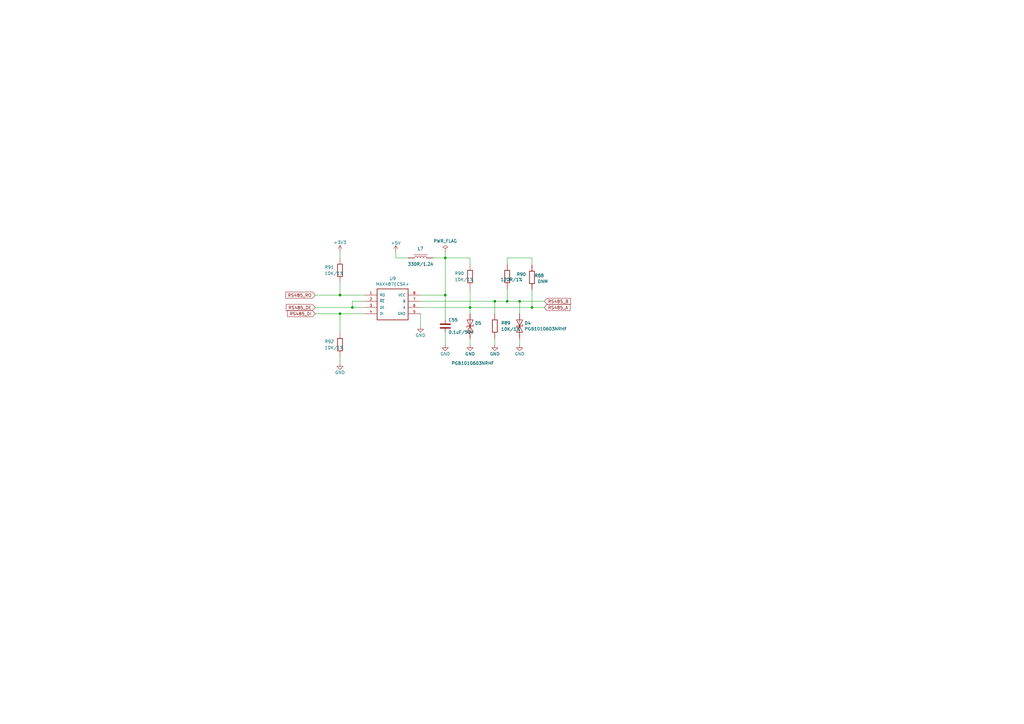
<source format=kicad_sch>
(kicad_sch (version 20230121) (generator eeschema)
  (paper "A3")
  (title_block (title "ПИР СЦХ-254 \"Карно\"\n(Karnix ASB-254)") (date "2024-01-15") (rev "V1.1") (company "ООО \"Фабмикро\"") (comment 1 "ФМТД.466961.029 Э3") (comment 2 "Залата Р.Н."))
  (lib_symbols
    (symbol "Fabmicro:+3V3" (power) (pin_names (offset 0))
      (property "Value" "+3V3" (at 0 3.556 0))
      (symbol "+3V3_0_1"
        (polyline (pts (xy -0.762 1.27) (xy 0 2.54)))
        (polyline (pts (xy 0 0) (xy 0 2.54)))
        (polyline (pts (xy 0 2.54) (xy 0.762 1.27)))
      )
      (symbol "+3V3_1_1"
        (pin power_in line (at 0 0 90) (length 0) hide (name "+3V3") (number "1"))
      )
    )
    (symbol "Fabmicro:CapacitorUnpolarized" (pin_numbers hide) (pin_names (offset 0.254))
      (property "Reference" "C" (at -2.54 0.635 90))
      (property "Value" "CapacitorUnpolarized" (at 2.54 0.635 90))
      (symbol "CapacitorUnpolarized_0_1"
        (polyline (pts (xy -0.762 -2.032) (xy -0.762 2.032)) (stroke (width 0.508)))
        (polyline (pts (xy 0.762 -2.032) (xy 0.762 2.032)) (stroke (width 0.508)))
      )
      (symbol "CapacitorUnpolarized_1_1"
        (pin passive line (at -2.54 0 0) (length 1.524) (name "~") (number "1"))
        (pin passive line (at 2.54 0 180) (length 1.524) (name "~") (number "2"))
      )
    )
    (symbol "Fabmicro:Ferrite_Beads" (pin_numbers hide) (pin_names (offset 1.016) hide)
      (property "Reference" "L" (at 0 -1.27 0))
      (property "Value" "Ferrite_Beads" (at 0 2.794 0))
      (symbol "Ferrite_Beads_0_1"
        (arc (start -1.27 0) (mid -1.905 0.6323) (end -2.54 0))
        (arc (start 0 0) (mid -0.635 0.6323) (end -1.27 0))
        (polyline (pts (xy 2.794 1.27) (xy -2.794 1.27)))
        (arc (start 1.27 0) (mid 0.635 0.6323) (end 0 0))
        (arc (start 2.54 0) (mid 1.905 0.6323) (end 1.27 0))
      )
      (symbol "Ferrite_Beads_1_1"
        (pin passive line (at -5.08 0 0) (length 2.54) (name "1") (number "1"))
        (pin passive line (at 5.08 0 180) (length 2.54) (name "2") (number "2"))
      )
    )
    (symbol "Fabmicro:MAX487" (pin_names (offset 1.016))
      (property "Reference" "IC" (at 0 2.54 0))
      (property "Value" "MAX487" (at 5.08 2.54 0))
      (symbol "MAX487_1_0"
        (polyline (pts (xy 0 -12.7) (xy 0 0)) (stroke (width 0.254)))
        (polyline (pts (xy 0 0) (xy 12.7 0)) (stroke (width 0.254)))
        (polyline (pts (xy 12.7 -12.7) (xy 0 -12.7)) (stroke (width 0.254)))
        (polyline (pts (xy 12.7 0) (xy 12.7 -12.7)) (stroke (width 0.254)))
      )
      (symbol "MAX487_1_1"
        (pin output line (at -5.08 -2.54 0) (length 5.08) (name "RO") (number "1"))
        (pin input line (at -5.08 -5.08 0) (length 5.08) (name "~{RE}") (number "2"))
        (pin input line (at -5.08 -7.62 0) (length 5.08) (name "DE") (number "3"))
        (pin input line (at -5.08 -10.16 0) (length 5.08) (name "DI") (number "4"))
        (pin power_in line (at 17.78 -10.16 180) (length 5.08) (name "GND") (number "5"))
        (pin output line (at 17.78 -7.62 180) (length 5.08) (name "A") (number "6"))
        (pin output line (at 17.78 -5.08 180) (length 5.08) (name "B") (number "7"))
        (pin power_in line (at 17.78 -2.54 180) (length 5.08) (name "VCC") (number "8"))
      )
    )
    (symbol "Fabmicro:ProtectiveDiodeDA" (pin_numbers hide) (pin_names (offset 1.016) hide)
      (property "Reference" "D" (at 5.08 2.54 0))
      (property "Value" "ProtectiveDiodeDA" (at 6.35 -2.54 0))
      (symbol "ProtectiveDiodeDA_1_1"
        (polyline (pts (xy 2.54 0) (xy 5.08 0)))
        (polyline (pts (xy 7.62 0) (xy 5.08 0)))
        (polyline (pts (xy 2.54 -1.27) (xy 2.54 1.27) (xy 5.08 0) (xy 2.54 -1.27)) (stroke (width 0.2032)))
        (polyline (pts (xy 4.445 1.27) (xy 5.08 1.27) (xy 5.08 -1.27) (xy 5.715 -1.27)) (stroke (width 0.2032)))
        (polyline (pts (xy 7.62 1.27) (xy 7.62 -1.27) (xy 5.08 0) (xy 7.62 1.27)) (stroke (width 0.2032)))
        (pin passive line (at 0 0 0) (length 2.54) (name "K") (number "1"))
        (pin passive line (at 10.16 0 180) (length 2.54) (name "A") (number "2"))
      )
    )
    (symbol "Fabmicro:Resistor" (pin_numbers hide) (pin_names (offset 0))
      (property "Reference" "R" (at 0 2.032 0))
      (property "Value" "Resistor" (at 0 0 0))
      (symbol "Resistor_0_1"
        (rectangle (start 2.54 -1.016) (end -2.54 1.016) (stroke (width 0.254)))
      )
      (symbol "Resistor_1_1"
        (pin passive line (at -5.08 0 0) (length 2.54) (name "~") (number "1"))
        (pin passive line (at 5.08 0 180) (length 2.54) (name "~") (number "2"))
      )
    )
    (symbol "power:+5V" (power) (pin_names (offset 0))
      (property "Value" "+5V" (at 0 3.556 0))
      (symbol "+5V_0_1"
        (polyline (pts (xy -0.762 1.27) (xy 0 2.54)))
        (polyline (pts (xy 0 0) (xy 0 2.54)))
        (polyline (pts (xy 0 2.54) (xy 0.762 1.27)))
      )
      (symbol "+5V_1_1"
        (pin power_in line (at 0 0 90) (length 0) hide (name "+5V") (number "1"))
      )
    )
    (symbol "power:GND" (power) (pin_names (offset 0))
      (property "Value" "GND" (at 0 -3.81 0))
      (symbol "GND_0_1"
        (polyline (pts (xy 0 0) (xy 0 -1.27) (xy 1.27 -1.27) (xy 0 -2.54) (xy -1.27 -1.27) (xy 0 -1.27)))
      )
      (symbol "GND_1_1"
        (pin power_in line (at 0 0 270) (length 0) hide (name "GND") (number "1"))
      )
    )
    (symbol "power:PWR_FLAG" (power) (pin_numbers hide) (pin_names (offset 0) hide)
      (property "Value" "PWR_FLAG" (at 0 3.81 0))
      (symbol "PWR_FLAG_0_0"
        (pin power_out line (at 0 0 90) (length 0) (name "pwr") (number "1"))
      )
      (symbol "PWR_FLAG_0_1"
        (polyline (pts (xy 0 0) (xy 0 1.27) (xy -1.016 1.905) (xy 0 2.54) (xy 1.016 1.905) (xy 0 1.27)))
      )
    )
  )
  (junction (at 139.446 121.031))
  (junction (at 144.526 126.111))
  (junction (at 139.446 128.651))
  (junction (at 182.626 105.791))
  (junction (at 218.186 126.111))
  (junction (at 213.106 123.571))
  (junction (at 192.786 126.111))
  (junction (at 202.946 123.571))
  (junction (at 208.026 123.571))
  (junction (at 182.626 121.031))
  (wire (pts (xy 172.466 126.111) (xy 192.786 126.111)))
  (wire (pts (xy 139.446 128.651) (xy 149.606 128.651)))
  (wire (pts (xy 218.186 126.111) (xy 223.266 126.111)))
  (wire (pts (xy 202.946 141.351) (xy 202.946 138.811)))
  (wire (pts (xy 182.626 105.791) (xy 182.626 121.031)))
  (wire (pts (xy 208.026 123.571) (xy 213.106 123.571)))
  (wire (pts (xy 208.026 108.331) (xy 208.026 105.791)))
  (wire (pts (xy 129.286 128.651) (xy 139.446 128.651)))
  (wire (pts (xy 213.106 128.651) (xy 213.106 123.571)))
  (wire (pts (xy 149.606 123.571) (xy 144.526 123.571)))
  (wire (pts (xy 139.446 105.791) (xy 139.446 103.251)))
  (wire (pts (xy 213.106 141.351) (xy 213.106 138.811)))
  (wire (pts (xy 129.286 126.111) (xy 144.526 126.111)))
  (wire (pts (xy 144.526 123.571) (xy 144.526 126.111)))
  (wire (pts (xy 202.946 123.571) (xy 208.026 123.571)))
  (wire (pts (xy 182.626 136.271) (xy 182.626 141.351)))
  (wire (pts (xy 213.106 123.571) (xy 223.266 123.571)))
  (wire (pts (xy 218.186 118.8487) (xy 218.186 126.111)))
  (wire (pts (xy 192.786 105.791) (xy 192.786 108.331)))
  (wire (pts (xy 129.286 121.031) (xy 139.446 121.031)))
  (wire (pts (xy 182.626 131.191) (xy 182.626 121.031)))
  (wire (pts (xy 182.626 105.791) (xy 182.626 103.251)))
  (wire (pts (xy 172.466 121.031) (xy 182.626 121.031)))
  (wire (pts (xy 202.946 128.651) (xy 202.946 123.571)))
  (wire (pts (xy 139.446 148.971) (xy 139.446 146.431)))
  (wire (pts (xy 162.306 105.791) (xy 162.306 103.251)))
  (wire (pts (xy 172.466 123.571) (xy 202.946 123.571)))
  (wire (pts (xy 192.786 126.111) (xy 218.186 126.111)))
  (wire (pts (xy 192.786 141.351) (xy 192.786 138.811)))
  (wire (pts (xy 208.026 105.791) (xy 218.186 105.791)))
  (wire (pts (xy 208.026 118.491) (xy 208.026 123.571)))
  (wire (pts (xy 192.786 118.491) (xy 192.786 126.111)))
  (wire (pts (xy 139.446 121.031) (xy 149.606 121.031)))
  (wire (pts (xy 167.386 105.791) (xy 162.306 105.791)))
  (wire (pts (xy 192.786 128.651) (xy 192.786 126.111)))
  (wire (pts (xy 182.626 105.791) (xy 192.786 105.791)))
  (wire (pts (xy 177.546 105.791) (xy 182.626 105.791)))
  (wire (pts (xy 218.186 105.791) (xy 218.186 108.6887)))
  (wire (pts (xy 139.446 115.951) (xy 139.446 121.031)))
  (wire (pts (xy 139.446 136.271) (xy 139.446 128.651)))
  (wire (pts (xy 144.526 126.111) (xy 149.606 126.111)))
  (wire (pts (xy 172.466 133.731) (xy 172.466 128.651)))
  (global_label "RS485_RO" (shape input) (at 129.286 121.031 180) (property "Intersheetrefs" "${INTERSHEET_REFS}" (effects hide)))
  (global_label "RS485_DE" (shape input) (at 129.286 126.111 180) (property "Intersheetrefs" "${INTERSHEET_REFS}" (effects hide)))
  (global_label "RS485_DI" (shape input) (at 129.286 128.651 180) (property "Intersheetrefs" "${INTERSHEET_REFS}" (effects hide)))
  (global_label "RS485_B" (shape input) (at 223.266 123.571 0) (property "Intersheetrefs" "${INTERSHEET_REFS}" (effects hide)))
  (global_label "RS485_A" (shape input) (at 223.266 126.111 0) (property "Intersheetrefs" "${INTERSHEET_REFS}" (effects hide)))
  (symbol (lib_id "Fabmicro:Resistor") (at 139.446 141.351 270) (unit 1)
    (property "Reference" "R92" (at 133.096 140.081 90) (effects (justify left)))
    (property "Value" "10K/1%" (at 133.096 142.621 90) (effects (justify left)))
    (property "Footprint" "Resistor_SMD:R_0402_1005Metric" (effects hide))
    (property "Mfr. Part Number" "RC0402FR-0710KL" (effects hide))
    (property "Supplier" "Fabmicro" (effects hide))
    (instances (project "Karnix_ASB" (path "" (reference "R92") (unit 1)) (path "" (reference "R?") (unit 1)) (path "" (reference "R109") (unit 1))))
  )
  (symbol (lib_id "Fabmicro:ProtectiveDiodeDA") (at 192.786 138.811 90) (unit 1)
    (property "Reference" "D5" (at 194.7926 132.5626 90) (effects (justify right)))
    (property "Value" "PGB1010603NRHF" (at 185.166 148.971 90) (effects (justify right)))
    (property "Footprint" "Fuse:Fuse_0603_1608Metric" (effects hide))
    (property "Mfr. Part Number" "PGB1010603NRHF" (effects hide))
    (property "Supplier" "Fabmicro" (effects hide))
    (instances (project "Karnix_ASB" (path "" (reference "D5") (unit 1)) (path "" (reference "D?") (unit 1)) (path "" (reference "D10") (unit 1))))
  )
  (symbol (lib_id "power:GND") (at 213.106 141.351 0) (unit 1)
    (property "Reference" "#PWR0123" (effects hide))
    (property "Value" "GND" (at 213.106 145.161 0))
    (instances (project "Karnix_ASB" (path "" (reference "#PWR0123") (unit 1)) (path "" (reference "#PWR0142") (unit 1))))
  )
  (symbol (lib_id "Fabmicro:Resistor") (at 208.026 113.411 90) (mirror x) (unit 1)
    (property "Reference" "R88" (at 223.139 113.03 90) (effects (justify left)))
    (property "Value" "120R/1%" (at 214.376 114.681 90) (effects (justify left)))
    (property "Footprint" "Resistor_SMD:R_0805_2012Metric" (effects hide))
    (property "Mfr. Part Number" "RC0805FR-07120RL" (effects hide))
    (property "Supplier" "Fabmicro" (effects hide))
    (instances (project "Karnix_ASB" (path "" (reference "R88") (unit 1)) (path "" (reference "R?") (unit 1)) (path "" (reference "R106") (unit 1))))
  )
  (symbol (lib_id "Fabmicro:Ferrite_Beads") (at 172.466 105.791 0) (mirror y) (unit 1)
    (property "Reference" "L7" (at 172.466 101.981 0))
    (property "Value" "330R/1.2A" (at 172.466 108.331 0))
    (property "Footprint" "Inductor_SMD:L_0603_1608Metric" (effects hide))
    (property "Mfr. Part Number" "BLM18PG331SN1D" (effects hide))
    (property "Supplier" "Fabmicro" (effects hide))
    (instances (project "Karnix_ASB" (path "" (reference "L7") (unit 1)) (path "" (reference "L?") (unit 1)) (path "" (reference "L4") (unit 1))))
  )
  (symbol (lib_id "Fabmicro:ProtectiveDiodeDA") (at 213.106 138.811 90) (unit 1)
    (property "Reference" "D4" (at 215.1126 132.5626 90) (effects (justify right)))
    (property "Value" "PGB1010603NRHF" (at 215.1126 134.874 90) (effects (justify right)))
    (property "Footprint" "Fuse:Fuse_0603_1608Metric" (effects hide))
    (property "Mfr. Part Number" "PGB1010603NRHF" (effects hide))
    (property "Supplier" "Fabmicro" (effects hide))
    (instances (project "Karnix_ASB" (path "" (reference "D4") (unit 1)) (path "" (reference "D?") (unit 1)) (path "" (reference "D11") (unit 1))))
  )
  (symbol (lib_id "power:GND") (at 172.466 133.731 0) (unit 1)
    (property "Reference" "#PWR0127" (effects hide))
    (property "Value" "GND" (at 172.466 137.541 0))
    (instances (project "Karnix_ASB" (path "" (reference "#PWR0127") (unit 1)) (path "" (reference "#PWR0138") (unit 1))))
  )
  (symbol (lib_id "power:GND") (at 139.446 148.971 0) (unit 1)
    (property "Reference" "#PWR0130" (effects hide))
    (property "Value" "GND" (at 139.446 152.781 0))
    (instances (project "Karnix_ASB" (path "" (reference "#PWR0130") (unit 1)) (path "" (reference "#PWR0143") (unit 1))))
  )
  (symbol (lib_id "power:GND") (at 192.786 141.351 0) (unit 1)
    (property "Reference" "#PWR0125" (effects hide))
    (property "Value" "GND" (at 192.786 145.161 0))
    (instances (project "Karnix_ASB" (path "" (reference "#PWR0125") (unit 1)) (path "" (reference "#PWR0140") (unit 1))))
  )
  (symbol (lib_id "power:+5V") (at 162.306 103.251 0) (unit 1)
    (property "Reference" "#PWR020" (effects hide))
    (property "Value" "+5V" (at 162.306 99.6839 0))
    (instances (project "Karnix_ASB" (path "" (reference "#PWR020") (unit 1)) (path "" (reference "#PWR0220") (unit 1))))
  )
  (symbol (lib_id "Fabmicro:Resistor") (at 192.786 113.411 270) (unit 1)
    (property "Reference" "R90" (at 186.436 112.141 90) (effects (justify left)))
    (property "Value" "10K/1%" (at 186.436 114.681 90) (effects (justify left)))
    (property "Footprint" "Resistor_SMD:R_0402_1005Metric" (effects hide))
    (property "Mfr. Part Number" "RC0402FR-0710KL" (effects hide))
    (property "Supplier" "Fabmicro" (effects hide))
    (instances (project "Karnix_ASB" (path "" (reference "R90") (unit 1)) (path "" (reference "R?") (unit 1)) (path "" (reference "R105") (unit 1))))
  )
  (symbol (lib_id "Fabmicro:MAX487") (at 154.686 118.491 0) (unit 1)
    (property "Reference" "U9" (at 161.036 114.2492 0))
    (property "Value" "MAX487ECSA+" (at 161.036 116.5606 0))
    (property "Footprint" "Fabmicro:SOIC-8_3.9x4.9mm_P1.27mm" (effects hide))
    (property "Field4" "NXP Semiconductors" (effects hide))
    (property "Поле7" "MAX487" (effects hide))
    (property "Поле8" "8 Pins SO8, TSSOP8 Packages" (effects hide))
    (property "Mfr. Part Number" "MAX487ECSA+" (effects hide))
    (property "Supplier" "Fabmicro" (effects hide))
    (property "Manufacturer" "Maxime" (effects hide))
    (instances (project "Karnix_ASB" (path "" (reference "U9") (unit 1)) (path "" (reference "U?") (unit 1)) (path "" (reference "U9") (unit 1))))
  )
  (symbol (lib_id "power:GND") (at 202.946 141.351 0) (unit 1)
    (property "Reference" "#PWR0124" (effects hide))
    (property "Value" "GND" (at 202.946 145.161 0))
    (instances (project "Karnix_ASB" (path "" (reference "#PWR0124") (unit 1)) (path "" (reference "#PWR0141") (unit 1))))
  )
  (symbol (lib_id "power:GND") (at 182.626 141.351 0) (unit 1)
    (property "Reference" "#PWR0126" (effects hide))
    (property "Value" "GND" (at 182.626 145.161 0))
    (instances (project "Karnix_ASB" (path "" (reference "#PWR0126") (unit 1)) (path "" (reference "#PWR0139") (unit 1))))
  )
  (symbol (lib_id "Fabmicro:Resistor") (at 139.446 110.871 270) (unit 1)
    (property "Reference" "R91" (at 133.096 109.601 90) (effects (justify left)))
    (property "Value" "10K/1%" (at 133.096 112.141 90) (effects (justify left)))
    (property "Footprint" "Resistor_SMD:R_0402_1005Metric" (effects hide))
    (property "Mfr. Part Number" "RC0402FR-0710KL" (effects hide))
    (property "Supplier" "Fabmicro" (effects hide))
    (instances (project "Karnix_ASB" (path "" (reference "R91") (unit 1)) (path "" (reference "R?") (unit 1)) (path "" (reference "R104") (unit 1))))
  )
  (symbol (lib_id "Fabmicro:Resistor") (at 218.186 113.7687 270) (unit 1)
    (property "Reference" "R90" (at 211.836 112.4987 90) (effects (justify left)))
    (property "Value" "DNM" (at 220.472 115.443 90) (effects (justify left)))
    (property "Footprint" "Resistor_SMD:R_0402_1005Metric" (effects hide))
    (property "Mfr. Part Number" "DNM" (effects hide))
    (property "Supplier" "Fabmicro" (effects hide))
    (instances (project "Karnix_ASB" (path "" (reference "R90") (unit 1)) (path "" (reference "R?") (unit 1)) (path "" (reference "R107") (unit 1))))
  )
  (symbol (lib_id "Fabmicro:Resistor") (at 202.946 133.731 270) (unit 1)
    (property "Reference" "R89" (at 205.486 132.461 90) (effects (justify left)))
    (property "Value" "10K/1%" (at 205.486 135.001 90) (effects (justify left)))
    (property "Footprint" "Resistor_SMD:R_0402_1005Metric" (effects hide))
    (property "Mfr. Part Number" "RC0402FR-0710KL" (effects hide))
    (property "Supplier" "Fabmicro" (effects hide))
    (instances (project "Karnix_ASB" (path "" (reference "R89") (unit 1)) (path "" (reference "R?") (unit 1)) (path "" (reference "R108") (unit 1))))
  )
  (symbol (lib_id "Fabmicro:CapacitorUnpolarized") (at 182.626 133.731 270) (unit 1)
    (property "Reference" "C55" (at 183.896 131.191 90) (effects (justify left)))
    (property "Value" "0.1uF/50V" (at 183.896 136.271 90) (effects (justify left)))
    (property "Footprint" "Capacitor_SMD:C_0402_1005Metric" (effects hide))
    (property "Mfr. Part Number" "CC0402KRX7R9BB104" (effects hide))
    (property "Supplier" "Fabmicro" (effects hide))
    (instances (project "Karnix_ASB" (path "" (reference "C55") (unit 1)) (path "" (reference "C?") (unit 1)) (path "" (reference "C55") (unit 1))))
  )
  (symbol (lib_id "power:PWR_FLAG") (at 182.626 103.251 0) (unit 1)
    (property "Reference" "#FLG06" (effects hide))
    (property "Value" "PWR_FLAG" (at 182.626 98.8568 0))
    (instances (project "Karnix_ASB" (path "" (reference "#FLG06") (unit 1)) (path "" (reference "#FLG07") (unit 1))))
  )
  (symbol (lib_id "Fabmicro:+3V3") (at 139.446 103.251 0) (unit 1)
    (property "Reference" "#PWR0129" (effects hide))
    (property "Value" "+3V3" (at 139.446 99.441 0))
    (instances (project "Karnix_ASB" (path "" (reference "#PWR0129") (unit 1)) (path "" (reference "#PWR?") (unit 1)) (path "" (reference "#PWR0136") (unit 1))))
  )
)
</source>
